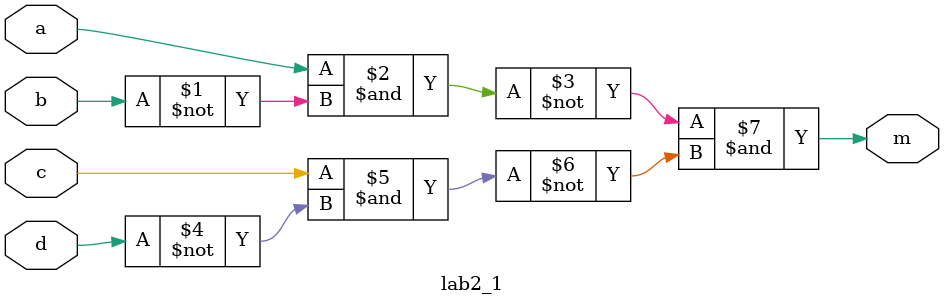
<source format=v>
module lab2_1(a, b, c,d, m);
input a, b,c,d;
output m;
assign m =(~(a&(~b)))&(~(c&(~d)));
endmodule

</source>
